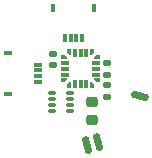
<source format=gbs>
G04 #@! TF.GenerationSoftware,KiCad,Pcbnew,7.0.7*
G04 #@! TF.CreationDate,2024-03-10T20:01:59-05:00*
G04 #@! TF.ProjectId,O12encoder,4f313265-6e63-46f6-9465-722e6b696361,1*
G04 #@! TF.SameCoordinates,Original*
G04 #@! TF.FileFunction,Soldermask,Bot*
G04 #@! TF.FilePolarity,Negative*
%FSLAX46Y46*%
G04 Gerber Fmt 4.6, Leading zero omitted, Abs format (unit mm)*
G04 Created by KiCad (PCBNEW 7.0.7) date 2024-03-10 20:01:59*
%MOMM*%
%LPD*%
G01*
G04 APERTURE LIST*
G04 Aperture macros list*
%AMRoundRect*
0 Rectangle with rounded corners*
0 $1 Rounding radius*
0 $2 $3 $4 $5 $6 $7 $8 $9 X,Y pos of 4 corners*
0 Add a 4 corners polygon primitive as box body*
4,1,4,$2,$3,$4,$5,$6,$7,$8,$9,$2,$3,0*
0 Add four circle primitives for the rounded corners*
1,1,$1+$1,$2,$3*
1,1,$1+$1,$4,$5*
1,1,$1+$1,$6,$7*
1,1,$1+$1,$8,$9*
0 Add four rect primitives between the rounded corners*
20,1,$1+$1,$2,$3,$4,$5,0*
20,1,$1+$1,$4,$5,$6,$7,0*
20,1,$1+$1,$6,$7,$8,$9,0*
20,1,$1+$1,$8,$9,$2,$3,0*%
%AMFreePoly0*
4,1,6,0.150000,-0.175000,-0.150000,-0.175000,-0.150000,0.175000,0.000000,0.325000,0.150000,0.325000,0.150000,-0.175000,0.150000,-0.175000,$1*%
%AMFreePoly1*
4,1,6,0.150000,0.175000,0.150000,-0.175000,-0.150000,-0.175000,-0.150000,0.325000,0.000000,0.325000,0.150000,0.175000,0.150000,0.175000,$1*%
%AMFreePoly2*
4,1,6,0.175000,-0.150000,-0.175000,-0.150000,-0.325000,0.000000,-0.325000,0.150000,0.175000,0.150000,0.175000,-0.150000,0.175000,-0.150000,$1*%
%AMFreePoly3*
4,1,7,0.175000,-0.150000,-0.175000,-0.150000,-0.325000,-0.150000,-0.325000,0.000000,-0.175000,0.150000,0.175000,0.150000,0.175000,-0.150000,0.175000,-0.150000,$1*%
%AMFreePoly4*
4,1,6,0.150000,-0.175000,0.000000,-0.325000,-0.150000,-0.325000,-0.150000,0.175000,0.150000,0.175000,0.150000,-0.175000,0.150000,-0.175000,$1*%
%AMFreePoly5*
4,1,6,0.150000,-0.325000,0.000000,-0.325000,-0.150000,-0.175000,-0.150000,0.175000,0.150000,0.175000,0.150000,-0.325000,0.150000,-0.325000,$1*%
%AMFreePoly6*
4,1,6,0.325000,0.000000,0.325000,-0.150000,-0.175000,-0.150000,-0.175000,0.150000,0.175000,0.150000,0.325000,0.000000,0.325000,0.000000,$1*%
%AMFreePoly7*
4,1,6,0.325000,0.000000,0.175000,-0.150000,-0.175000,-0.150000,-0.175000,0.150000,0.325000,0.150000,0.325000,0.000000,0.325000,0.000000,$1*%
G04 Aperture macros list end*
%ADD10RoundRect,0.135000X-0.185000X0.135000X-0.185000X-0.135000X0.185000X-0.135000X0.185000X0.135000X0*%
%ADD11RoundRect,0.218750X-0.256250X0.218750X-0.256250X-0.218750X0.256250X-0.218750X0.256250X0.218750X0*%
%ADD12R,0.400000X0.800000*%
%ADD13R,0.300000X0.800000*%
%ADD14RoundRect,0.150000X0.010403X-0.618378X0.300180X-0.540733X-0.010403X0.618378X-0.300180X0.540733X0*%
%ADD15R,0.800000X0.400000*%
%ADD16R,0.800000X0.300000*%
%ADD17RoundRect,0.150000X-0.540733X0.300180X-0.618378X0.010403X0.540733X-0.300180X0.618378X-0.010403X0*%
%ADD18RoundRect,0.140000X0.170000X-0.140000X0.170000X0.140000X-0.170000X0.140000X-0.170000X-0.140000X0*%
%ADD19RoundRect,0.050000X0.285000X0.100000X-0.285000X0.100000X-0.285000X-0.100000X0.285000X-0.100000X0*%
%ADD20FreePoly0,0.000000*%
%ADD21R,0.300000X0.700000*%
%ADD22FreePoly1,0.000000*%
%ADD23FreePoly2,0.000000*%
%ADD24R,0.700000X0.300000*%
%ADD25FreePoly3,0.000000*%
%ADD26FreePoly4,0.000000*%
%ADD27FreePoly5,0.000000*%
%ADD28FreePoly6,0.000000*%
%ADD29FreePoly7,0.000000*%
G04 APERTURE END LIST*
D10*
X52850000Y-50990000D03*
X52850000Y-52010000D03*
D11*
X51600000Y-52412500D03*
X51600000Y-53987500D03*
D12*
X51750000Y-44500000D03*
X48250000Y-44500000D03*
D13*
X49250000Y-47000000D03*
X49750000Y-47000000D03*
X50250000Y-47000000D03*
X50750000Y-47000000D03*
D14*
X52090926Y-55816181D03*
D15*
X44485000Y-48250000D03*
X44485000Y-51750000D03*
D16*
X46985000Y-50750000D03*
X46985000Y-50250000D03*
X46985000Y-49750000D03*
X46985000Y-49250000D03*
D17*
X55625000Y-51900000D03*
D18*
X48300000Y-49330000D03*
X48300000Y-48370000D03*
X52850000Y-50105000D03*
X52850000Y-49145000D03*
D14*
X51125000Y-56075000D03*
D19*
X49665000Y-51700000D03*
X49665000Y-52200000D03*
X49665000Y-52700000D03*
X49665000Y-53200000D03*
X48185000Y-53200000D03*
X48185000Y-52700000D03*
X48185000Y-52200000D03*
X48185000Y-51700000D03*
D20*
X49600000Y-51075000D03*
D21*
X50100000Y-50900000D03*
X50600000Y-50900000D03*
X51100000Y-50900000D03*
D22*
X51600000Y-51075000D03*
D23*
X52075000Y-50600000D03*
D24*
X51900000Y-50100000D03*
X51900000Y-49600000D03*
X51900000Y-49100000D03*
D25*
X52075000Y-48600000D03*
D26*
X51600000Y-48125000D03*
D21*
X51100000Y-48300000D03*
X50600000Y-48300000D03*
X50100000Y-48300000D03*
D27*
X49600000Y-48125000D03*
D28*
X49125000Y-48600000D03*
D24*
X49300000Y-49100000D03*
X49300000Y-49600000D03*
X49300000Y-50100000D03*
D29*
X49125000Y-50600000D03*
M02*

</source>
